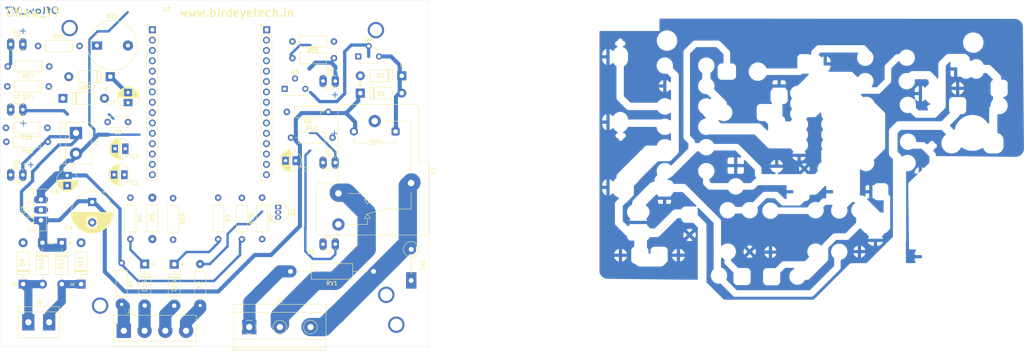
<source format=kicad_pcb>
(kicad_pcb (version 20211014) (generator pcbnew)
  (layers (0 "F.Cu" signal) (31 "B.Cu" signal) (34 "B.Paste" user) (35 "F.Paste" user) (36 "B.SilkS" user "B.Silkscreen") (37 "F.SilkS" user "F.Silkscreen") (38 "B.Mask" user) (39 "F.Mask" user) (44 "Edge.Cuts" user))
  (net 0 "")
  (net 1 "GND")
  (net 2 "Net-(D1-Pad2)")
  (net 3 "+12V")
  (net 4 "L")
  (net 6 "Net-(J2-Pad2)")
  (net 7 "Net-(Q4-Pad2)")
  (net 8 "Net-(BZ1-Pad2)")
  (net 9 "Net-(Q5-Pad2)")
  (net 10 "Net-(D15-Pad1)")
  (net 11 "Net-(D15-Pad2)")
  (net 12 "Net-(J1-Pad1)")
  (net 13 "A0")
  (net 14 "D6")
  (net 15 "D0")
  (net 16 "D1")
  (net 17 "Net-(D10-Pad2)")
  (net 18 "Net-(D11-Pad1)")
  (net 19 "N")
  (net 20 "Net-(D3-Pad2)")
  (net 21 "Net-(D4-Pad2)")
  (net 22 "Net-(D7-Pad2)")
  (net 23 "Net-(D8-Pad2)")
  (net 24 "Net-(D13-Pad2)")
  (net 25 "+5V")
  (net 26 "Net-(D16-Pad1)")
  (net 27 "Net-(D16-Pad2)")
  (net 29 "Net-(C3-Pad1)")
  (net 30 "Net-(J1-Pad4)")
  (net 31 "s3")
  (net 32 "D8")
  (net 33 "D2")
  (net 34 "D4")
  (net 35 "s2")
  (net 36 "D7")
  (net 37 "D3")
  (net 38 "D5")
  (net 40 "S3")
  (net 41 "S2")
  (net 46 "+3.3V")
  (footprint "Capacitor_THT:CP_Radial_D5.0mm_P2.50mm" (layer "F.Cu") (at 67.485113 84.45 180)
    (fp_text reference "C2" (at -2.519887 -2) (layer "F.SilkS"))
    (fp_text value "CP")
    (pad "1" thru_hole rect locked (at 0 0 180) (size 1.6 2.2) (drill 0.8) (layers *.Cu *.Mask) (net 32 "D8"))
    (pad "2" thru_hole rect locked (at 2.5 0 180) (size 1.6 2.2) (drill 0.8) (layers *.Cu *.Mask) (net 1 "GND"))
  )
  (footprint "Package_TO_SOT_THT:TO-92L_Wide" (layer "F.Cu") (at 124.785 55.435)
    (fp_text reference "Q4" (at 2.55 -4.15) (layer "F.SilkS"))
    (fp_text value "2N2219")
    (pad "1" thru_hole rect (at 0 0) (size 1.5 1.5) (drill 0.8) (layers *.Cu *.Mask) (net 1 "GND"))
    (pad "2" thru_hole circle (at 2.54 -2.54) (size 1.5 1.5) (drill 0.8) (layers *.Cu *.Mask) (net 7 "Net-(Q4-Pad2)"))
    (pad "3" thru_hole circle (at 5.08 0) (size 1.5 1.5) (drill 0.8) (layers *.Cu *.Mask) (net 2 "Net-(D1-Pad2)"))
  )
  (footprint "Package_TO_SOT_THT:TO-92L_Wide" (layer "F.Cu") (at 106.74 63.38)
    (fp_text reference "Q5" (at 2.55 -4.15) (layer "F.SilkS"))
    (fp_text value "BC547")
    (pad "1" thru_hole rect (at 0 0) (size 1.5 1.5) (drill 0.8) (layers *.Cu *.Mask) (net 8 "Net-(BZ1-Pad2)"))
    (pad "2" thru_hole circle (at 2.54 -2.54) (size 1.5 1.5) (drill 0.8) (layers *.Cu *.Mask) (net 9 "Net-(Q5-Pad2)"))
    (pad "3" thru_hole circle (at 5.08 0) (size 1.5 1.5) (drill 0.8) (layers *.Cu *.Mask) (net 1 "GND"))
  )
  (footprint "Resistor_THT:R_Axial_DIN0207_L6.3mm_D2.5mm_P10.16mm_Horizontal" (layer "F.Cu") (at 66.825 106.09 -90)
    (fp_text reference "R1" (at 5.08 -2.37 -90) (layer "F.SilkS"))
    (fp_text value "330R")
    (pad "1" thru_hole circle (at 0 0 270) (size 1.6 1.6) (drill 0.8) (layers *.Cu *.Mask) (net 25 "+5V"))
    (pad "2" thru_hole oval (at 10.16 0 270) (size 1.6 1.6) (drill 0.8) (layers *.Cu *.Mask) (net 12 "Net-(J1-Pad1)"))
  )
  (footprint "myLib:TerminalBlock_bornier-4_P5.08mm" (layer "F.Cu") (at 67.3616 122.71724)
    (fp_text reference "J1" (at 1.611666 -4.73) (layer "F.SilkS"))
    (fp_text value "Conn_01x04")
    (pad "1" thru_hole rect locked (at 0 0) (size 3.5 3.5) (drill 1.52) (layers *.Cu *.Mask) (net 12 "Net-(J1-Pad1)"))
    (pad "2" thru_hole circle locked (at 5.08 0) (size 3.5 3.5) (drill 1.52) (layers *.Cu *.Mask) (net 11 "Net-(D15-Pad2)"))
    (pad "3" thru_hole circle locked (at 10.16 0) (size 3.5 3.5) (drill 1.52) (layers *.Cu *.Mask) (net 27 "Net-(D16-Pad2)"))
    (pad "4" thru_hole circle locked (at 15.24 0) (size 3.5 3.5) (drill 1.52) (layers *.Cu *.Mask) (net 30 "Net-(J1-Pad4)"))
  )
  (footprint "myLib:CP_Radial_D10.0mm_P5.00mm" (layer "F.Cu") (at 59.61634 91.1479 -90)
    (fp_text reference "C4" (at 6.2611 5.73278 180) (layer "F.SilkS"))
    (fp_text value "1000uF")
    (pad "1" thru_hole rect locked (at 0 0 270) (size 2 2) (drill 1) (layers *.Cu *.Mask) (net 3 "+12V"))
    (pad "2" thru_hole circle locked (at 5 0 270) (size 2 2) (drill 1) (layers *.Cu *.Mask) (net 1 "GND"))
  )
  (footprint "myLib:CP_Radial_D5.0mm_P2.50mm" (layer "F.Cu") (at 53.4924 84.6201 -90)
    (fp_text reference "C6" (at 3.94716 2.93878 180) (layer "F.SilkS"))
    (fp_text value "0.1uF")
    (pad "1" thru_hole rect locked (at 0 0 270) (size 1.8 2.2) (drill 0.8) (layers *.Cu *.Mask) (net 25 "+5V"))
    (pad "2" thru_hole rect locked (at 2.5 0 270) (size 1.8 2.2) (drill 0.8) (layers *.Cu *.Mask) (net 1 "GND"))
  )
  (footprint "Diode_THT:D_DO-41_SOD81_P10.16mm_Horizontal" (layer "F.Cu") (at 42.7 111.28 90)
    (fp_text reference "D9" (at 5.305 -0.125 90) (layer "F.SilkS"))
    (fp_text value "1N4007")
    (fp_text user "K" (at 0 -2.1 90) (layer "F.SilkS"))
    (pad "1" thru_hole rect locked (at 0 0 90) (size 2.2 2.2) (drill 1.1) (layers *.Cu *.Mask) (net 17 "Net-(D10-Pad2)"))
    (pad "2" thru_hole oval locked (at 10.16 0 90) (size 2.2 2.2) (drill 1.1) (layers *.Cu *.Mask) (net 1 "GND"))
  )
  (footprint "Diode_THT:D_DO-41_SOD81_P10.16mm_Horizontal" (layer "F.Cu") (at 47.433333 101.12 -90)
    (fp_text reference "D10" (at 5.155 0.183333 -270) (layer "F.SilkS"))
    (fp_text value "1N4007")
    (fp_text user "K" (at 0 -2.1 -270) (layer "F.SilkS"))
    (pad "1" thru_hole rect locked (at 0 0 270) (size 2.2 2.2) (drill 1.1) (layers *.Cu *.Mask) (net 3 "+12V"))
    (pad "2" thru_hole oval locked (at 10.16 0 270) (size 2.2 2.2) (drill 1.1) (layers *.Cu *.Mask) (net 17 "Net-(D10-Pad2)"))
  )
  (footprint "Diode_THT:D_DO-41_SOD81_P10.16mm_Horizontal" (layer "F.Cu") (at 56.9 111.28 90)
    (fp_text reference "D11" (at 5.455 -0.125 90) (layer "F.SilkS"))
    (fp_text value "1N4007")
    (fp_text user "K" (at 0 -2.1 90) (layer "F.SilkS"))
    (pad "1" thru_hole rect locked (at 0 0 90) (size 2.2 2.2) (drill 1.1) (layers *.Cu *.Mask) (net 18 "Net-(D11-Pad1)"))
    (pad "2" thru_hole oval locked (at 10.16 0 90) (size 2.2 2.2) (drill 1.1) (layers *.Cu *.Mask) (net 1 "GND"))
  )
  (footprint "Diode_THT:D_DO-41_SOD81_P10.16mm_Horizontal" (layer "F.Cu") (at 52.166666 101.12 -90)
    (fp_text reference "D12" (at 5.18 0.191666 90) (layer "F.SilkS"))
    (fp_text value "1N4007")
    (fp_text user "K" (at 0 -2.1 90) (layer "F.SilkS"))
    (pad "1" thru_hole rect locked (at 0 0 270) (size 2.2 2.2) (drill 1.1) (layers *.Cu *.Mask) (net 3 "+12V"))
    (pad "2" thru_hole oval locked (at 10.16 0 270) (size 2.2 2.2) (drill 1.1) (layers *.Cu *.Mask) (net 18 "Net-(D11-Pad1)"))
  )
  (footprint "myLib:TerminalBlock_bornier-2_P5.08mm" (layer "F.Cu") (at 49.0616 120.61724 180)
    (fp_text reference "J3" (at 2.5669 4.87198) (layer "F.SilkS"))
    (fp_text value "Conn_01x02")
    (pad "1" thru_hole rect locked (at 0 0 180) (size 3 4) (drill 1.52) (layers *.Cu *.Mask) (net 18 "Net-(D11-Pad1)"))
    (pad "2" thru_hole rect locked (at 5.08 0 180) (size 3 4) (drill 1.52) (layers *.Cu *.Mask) (net 17 "Net-(D10-Pad2)"))
  )
  (footprint "myLib:TO-220-3_Vertical" (layer "F.Cu") (at 47.0616 95.61724 90)
    (fp_text reference "U2" (at 2.54 -4.27 90) (layer "F.SilkS"))
    (fp_text value "L7805")
    (pad "1" thru_hole rect locked (at 0 0 90) (size 1.8 3.5) (drill 1.1) (layers *.Cu *.Mask) (net 3 "+12V"))
    (pad "2" thru_hole oval locked (at 2.54 0 90) (size 1.8 3.5) (drill 1.1) (layers *.Cu *.Mask) (net 1 "GND"))
    (pad "3" thru_hole oval locked (at 5.08 0 90) (size 1.8 3.5) (drill 1.1) (layers *.Cu *.Mask) (net 25 "+5V"))
  )
  (footprint "TerminalBlock:TerminalBlock_bornier-2_P5.08mm" (layer "F.Cu") (at 55.64 74.19 -90)
    (fp_text reference "J4" (at 2.54 -5.08 -90) (layer "F.SilkS"))
    (fp_text value "Conn_01x02")
    (pad "1" thru_hole rect locked (at 0 0 270) (size 3 3) (drill 1.52) (layers *.Cu *.Mask) (net 1 "GND"))
    (pad "2" thru_hole circle locked (at 5.08 0 270) (size 3 3) (drill 1.52) (layers *.Cu *.Mask) (net 35 "s2"))
  )
  (footprint "TerminalBlock_MetzConnect:TerminalBlock_MetzConnect_Type175_RT02703HBLC_1x03_P7.50mm_Horizontal" (layer "F.Cu") (at 98.075 121.8)
    (fp_text reference "J2" (at 7.5 -6.56) (layer "F.SilkS"))
    (fp_text value "Conn_01x03")
    (pad "1" thru_hole rect locked (at 0 0) (size 3.5 3.5) (drill 1.52) (layers *.Cu *.Mask) (net 19 "N"))
    (pad "2" thru_hole circle locked (at 7.5 0) (size 3.5 3.5) (drill 1.52) (layers *.Cu *.Mask) (net 6 "Net-(J2-Pad2)"))
    (pad "3" thru_hole circle locked (at 15 0) (size 3.5 3.5) (drill 1.52) (layers *.Cu *.Mask) (net 4 "L"))
  )
  (footprint "Resistor_THT:R_Axial_DIN0207_L6.3mm_D2.5mm_P10.16mm_Horizontal" (layer "F.Cu") (at 117.45 69.03 180)
    (fp_text reference "R8" (at 5.08 -2.37 180) (layer "F.SilkS"))
    (fp_text value "10k")
    (pad "1" thru_hole circle (at 0 0 180) (size 1.6 1.6) (drill 0.8) (layers *.Cu *.Mask) (net 7 "Net-(Q4-Pad2)"))
    (pad "2" thru_hole oval (at 10.16 0 180) (size 1.6 1.6) (drill 0.8) (layers *.Cu *.Mask) (net 14 "D6"))
  )
  (footprint "myLib:Buzzer_12x9.5RM7.6" (layer "F.Cu") (at 60.78 52.76)
    (fp_text reference "BZ1" (at 3.8 -7.2) (layer "F.SilkS"))
    (fp_text value "Buzzer")
    (fp_text user "+" (at -0.01 -2.54) (layer "F.SilkS"))
    (pad "1" thru_hole rect locked (at 0 0) (size 2.5 2) (drill 1) (layers *.Cu *.Mask) (net 25 "+5V"))
    (pad "2" thru_hole circle locked (at 7.6 0) (size 2.5 2.5) (drill 1) (layers *.Cu *.Mask) (net 8 "Net-(BZ1-Pad2)"))
  )
  (footprint "MyLib:LED_D3.0mm" (layer "F.Cu") (at 116.34862 61.47424)
    (fp_text reference "D3" (at 1.27 -2.96) (layer "F.SilkS"))
    (fp_text value "LED")
    (pad "1" thru_hole oval locked (at -0.2 0) (size 1.8 3) (drill 0.9) (layers *.Cu *.Mask) (net 1 "GND"))
    (pad "2" thru_hole oval locked (at 2.8 0) (size 1.8 3) (drill 0.9) (layers *.Cu *.Mask) (net 20 "Net-(D3-Pad2)"))
  )
  (footprint "MyLib:LED_D3.0mm" (layer "F.Cu") (at 116.34862 81.47424)
    (fp_text reference "D4" (at 1.27 -2.96) (layer "F.SilkS"))
    (fp_text value "LED")
    (pad "1" thru_hole oval locked (at -0.2 0) (size 1.8 3) (drill 0.9) (layers *.Cu *.Mask) (net 1 "GND"))
    (pad "2" thru_hole oval locked (at 2.8 0) (size 1.8 3) (drill 0.9) (layers *.Cu *.Mask) (net 21 "Net-(D4-Pad2)"))
  )
  (footprint "MyLib:LED_D3.0mm" (layer "F.Cu") (at 116.34862 101.47424)
    (fp_text reference "D5" (at -3.17362 1.90076) (layer "F.SilkS"))
    (fp_text value "LED")
    (pad "1" thru_hole oval locked (at -0.2 0) (size 1.8 3) (drill 0.9) (layers *.Cu *.Mask) (net 1 "GND"))
    (pad "2" thru_hole oval locked (at 2.8 0) (size 1.8 3) (drill 0.9) (layers *.Cu *.Mask) (net 33 "D2"))
  )
  (footprint "MyLib:LED_D3.0mm" (layer "F.Cu") (at 39.84862 52.47424)
    (fp_text reference "D6" (at 1.27 -2.96) (layer "F.SilkS"))
    (fp_text value "LED")
    (pad "1" thru_hole oval locked (at -0.2 0) (size 1.8 3) (drill 0.9) (layers *.Cu *.Mask) (net 1 "GND"))
    (pad "2" thru_hole oval locked (at 2.8 0) (size 1.8 3) (drill 0.9) (layers *.Cu *.Mask) (net 34 "D4"))
  )
  (footprint "MyLib:LED_D3.0mm" (layer "F.Cu") (at 39.84862 68.47424)
    (fp_text reference "D7" (at 1.27 -2.96) (layer "F.SilkS"))
    (fp_text value "LED")
    (pad "1" thru_hole oval locked (at -0.2 0) (size 1.8 3) (drill 0.9) (layers *.Cu *.Mask) (net 1 "GND"))
    (pad "2" thru_hole oval locked (at 2.8 0) (size 1.8 3) (drill 0.9) (layers *.Cu *.Mask) (net 22 "Net-(D7-Pad2)"))
  )
  (footprint "MyLib:LED_D3.0mm" (layer "F.Cu") (at 39.84862 84.47424)
    (fp_text reference "D8" (at 1.27 -2.96) (layer "F.SilkS"))
    (fp_text value "LED")
    (pad "1" thru_hole oval locked (at -0.2 0) (size 1.8 3) (drill 0.9) (layers *.Cu *.Mask) (net 1 "GND"))
    (pad "2" thru_hole oval locked (at 2.8 0) (size 1.8 3) (drill 0.9) (layers *.Cu *.Mask) (net 23 "Net-(D8-Pad2)"))
  )
  (footprint "Resistor_THT:R_Axial_DIN0207_L6.3mm_D2.5mm_P10.16mm_Horizontal" (layer "F.Cu") (at 108.66 55.86)
    (fp_text reference "R9" (at 5.08 -2.37) (layer "F.SilkS"))
    (fp_text value "R")
    (pad "1" thru_hole circle (at 0 0) (size 1.6 1.6) (drill 0.8) (layers *.Cu *.Mask) (net 15 "D0"))
    (pad "2" thru_hole oval (at 10.16 0) (size 1.6 1.6) (drill 0.8) (layers *.Cu *.Mask) (net 20 "Net-(D3-Pad2)"))
  )
  (footprint "Resistor_THT:R_Axial_DIN0207_L6.3mm_D2.5mm_P10.16mm_Horizontal" (layer "F.Cu") (at 108.31 75.35)
    (fp_text reference "R10" (at 5.08 -2.37) (layer "F.SilkS"))
    (fp_text value "R")
    (pad "1" thru_hole circle (at 0 0) (size 1.6 1.6) (drill 0.8) (layers *.Cu *.Mask) (net 16 "D1"))
    (pad "2" thru_hole oval (at 10.16 0) (size 1.6 1.6) (drill 0.8) (layers *.Cu *.Mask) (net 21 "Net-(D4-Pad2)"))
  )
  (footprint "Resistor_THT:R_Axial_DIN0207_L6.3mm_D2.5mm_P10.16mm_Horizontal" (layer "F.Cu") (at 48.99 62.79 180)
    (fp_text reference "R14" (at 5.08 -2.37 180) (layer "F.SilkS"))
    (fp_text value "R")
    (pad "1" thru_hole circle (at 0 0 180) (size 1.6 1.6) (drill 0.8) (layers *.Cu *.Mask) (net 38 "D5"))
    (pad "2" thru_hole oval (at 10.16 0 180) (size 1.6 1.6) (drill 0.8) (layers *.Cu *.Mask) (net 22 "Net-(D7-Pad2)"))
  )
  (footprint "Resistor_THT:R_Axial_DIN0207_L6.3mm_D2.5mm_P10.16mm_Horizontal" (layer "F.Cu") (at 48.65 72.94 180)
    (fp_text reference "R15" (at 5.08 -2.37 180) (layer "F.SilkS"))
    (fp_text value "R")
    (pad "1" thru_hole circle (at 0 0 180) (size 1.6 1.6) (drill 0.8) (layers *.Cu *.Mask) (net 25 "+5V"))
    (pad "2" thru_hole oval (at 10.16 0 180) (size 1.6 1.6) (drill 0.8) (layers *.Cu *.Mask) (net 23 "Net-(D8-Pad2)"))
  )
  (footprint "myLib:CP_Radial_D5.0mm_P2.50mm" (layer "F.Cu") (at 68.4 66.77 90)
    (fp_text reference "C7" (at -0.08482 -4.10684 180) (layer "F.SilkS"))
    (fp_text value "10uF")
    (pad "1" thru_hole rect locked (at 0 0 90) (size 1.8 2.2) (drill 0.8) (layers *.Cu *.Mask) (net 13 "A0"))
    (pad "2" thru_hole rect locked (at 2.5 0 90) (size 1.8 2.2) (drill 0.8) (layers *.Cu *.Mask) (net 1 "GND"))
  )
  (footprint "Diode_THT:D_DO-41_SOD81_P10.16mm_Horizontal" (layer "F.Cu") (at 64.04 60.4 180)
    (fp_text reference "D13" (at 5.08 -2.47) (layer "F.SilkS"))
    (fp_text value "1N4007")
    (fp_text user "K" (at 0.8366 -2.93276) (layer "F.SilkS"))
    (pad "1" thru_hole rect locked (at 0 0 180) (size 2.2 2.2) (drill 1.1) (layers *.Cu *.Mask) (net 13 "A0"))
    (pad "2" thru_hole oval locked (at 10.16 0 180) (size 2.2 2.2) (drill 1.1) (layers *.Cu *.Mask) (net 24 "Net-(D13-Pad2)"))
  )
  (footprint "Diode_THT:D_DO-41_SOD81_P10.16mm_Horizontal" (layer "F.Cu") (at 52.45 65.71)
    (fp_text reference "D14" (at 5.08 -2.47) (layer "F.SilkS"))
    (fp_text value "D_Zener")
    (fp_text user "K" (at -2.64224 -2.0884) (layer "F.SilkS"))
    (pad "1" thru_hole rect locked (at 0 0) (size 2.2 2.2) (drill 1.1) (layers *.Cu *.Mask) (net 13 "A0"))
    (pad "2" thru_hole oval locked (at 10.16 0) (size 2.2 2.2) (drill 1.1) (layers *.Cu *.Mask) (net 1 "GND"))
  )
  (footprint "Resistor_THT:R_Axial_DIN0207_L6.3mm_D2.5mm_P10.16mm_Horizontal" (layer "F.Cu") (at 46.36 52.87)
    (fp_text reference "R16" (at 5.08 -2.37) (layer "F.SilkS"))
    (fp_text value "56K")
    (pad "1" thru_hole circle (at 0 0) (size 1.6 1.6) (drill 0.8) (layers *.Cu *.Mask) (net 3 "+12V"))
    (pad "2" thru_hole oval (at 10.16 0) (size 1.6 1.6) (drill 0.8) (layers *.Cu *.Mask) (net 24 "Net-(D13-Pad2)"))
  )
  (footprint "Resistor_THT:R_Axial_DIN0207_L6.3mm_D2.5mm_P10.16mm_Horizontal" (layer "F.Cu") (at 49.11 57.89 180)
    (fp_text reference "R17" (at 5.08 -2.37 180) (layer "F.SilkS"))
    (fp_text value "15K")
    (pad "1" thru_hole circle (at 0 0 180) (size 1.6 1.6) (drill 0.8) (layers *.Cu *.Mask) (net 24 "Net-(D13-Pad2)"))
    (pad "2" thru_hole oval (at 10.16 0 180) (size 1.6 1.6) (drill 0.8) (layers *.Cu *.Mask) (net 1 "GND"))
  )
  (footprint "Capacitor_THT:C_Disc_D4.7mm_W2.5mm_P5.00mm" (layer "F.Cu") (at 68.39 71.52 180)
    (fp_text reference "C8" (at 2.5 -2.5) (layer "F.SilkS"))
    (fp_text value "C")
    (pad "1" thru_hole circle locked (at 0 0 180) (size 1.6 1.6) (drill 0.8) (layers *.Cu *.Mask) (net 25 "+5V"))
    (pad "2" thru_hole circle locked (at 5 0 180) (size 1.6 1.6) (drill 0.8) (layers *.Cu *.Mask) (net 1 "GND"))
  )
  (footprint "Resistor_THT:R_Axial_DIN0207_L6.3mm_D2.5mm_P10.16mm_Horizontal" (layer "F.Cu") (at 48.76 76.36 180)
    (fp_text reference "R18" (at 5.08 -2.37 180) (layer "F.SilkS"))
    (fp_text value "10k")
    (pad "1" thru_hole circle (at 0 0 180) (size 1.6 1.6) (drill 0.8) (layers *.Cu *.Mask) (net 35 "s2"))
    (pad "2" thru_hole oval (at 10.16 0 180) (size 1.6 1.6) (drill 0.8) (layers *.Cu *.Mask) (net 25 "+5V"))
  )
  (footprint "Diode_THT:D_DO-41_SOD81_P10.16mm_Horizontal" (layer "F.Cu") (at 125.27 64.425)
    (fp_text reference "D1" (at 5.13 0.1) (layer "F.SilkS"))
    (fp_text value "1N4007")
    (fp_text user "K" (at 0 -2.1) (layer "F.SilkS"))
    (pad "1" thru_hole rect locked (at 0 0) (size 2.2 2.2) (drill 1.1) (layers *.Cu *.Mask) (net 3 "+12V"))
    (pad "2" thru_hole oval locked (at 10.16 0) (size 2.2 2.2) (drill 1.1) (layers *.Cu *.Mask) (net 2 "Net-(D1-Pad2)"))
  )
  (footprint "Diode_THT:D_DO-41_SOD81_P10.16mm_Horizontal" (layer "F.Cu") (at 135.43 60.175 180)
    (fp_text reference "D2" (at 5.23 0.025) (layer "F.SilkS"))
    (fp_text value "1N4007")
    (fp_text user "K" (at -0.045 2.775) (layer "F.SilkS"))
    (pad "1" thru_hole rect locked (at 0 0 180) (size 2.2 2.2) (drill 1.1) (layers *.Cu *.Mask) (net 2 "Net-(D1-Pad2)"))
    (pad "2" thru_hole oval locked (at 10.16 0 180) (size 2.2 2.2) (drill 1.1) (layers *.Cu *.Mask) (net 1 "GND"))
  )
  (footprint "Relay_THT:Relay_SPDT_RAYEX-L90" (layer "F.Cu") (at 128.81 71.29 -90)
    (fp_text reference "K1" (at 12.1666 -14.3 -90) (layer "F.SilkS"))
    (fp_text value "RAYEX-L90")
    (pad "11A" thru_hole circle (at 0 0 90) (size 3 3) (drill 1.6) (layers *.Cu *.Mask) (net 4 "L"))
    (pad "11B" thru_hole circle (at 15.2 -8.9 90) (size 3 3) (drill 1.6) (layers *.Cu *.Mask) (net 4 "L"))
    (pad "12" thru_hole circle (at 25.34 8.9 90) (size 3 3) (drill 1.6) (layers *.Cu *.Mask))
    (pad "14" thru_hole circle (at 17.74 8.9 90) (size 3 3) (drill 1.6) (layers *.Cu *.Mask) (net 6 "Net-(J2-Pad2)"))
    (pad "A1" thru_hole roundrect (at 2.54 -5.1 90) (size 2 2) (drill 1.1) (layers *.Cu *.Mask) (net 2 "Net-(D1-Pad2)"))
    (pad "A2" thru_hole circle (at 2.54 5.1 90) (size 2 2) (drill 1.1) (layers *.Cu *.Mask) (net 3 "+12V"))
  )
  (footprint "Resistor_THT:R_Axial_DIN0207_L6.3mm_D2.5mm_P10.16mm_Horizontal" (layer "F.Cu") (at 79.425 90.195 -90)
    (fp_text reference "R19" (at 5.08 -2.37 -90) (layer "F.SilkS"))
    (fp_text value "10K")
    (pad "1" thru_hole circle (at 0 0 270) (size 1.6 1.6) (drill 0.8) (layers *.Cu *.Mask) (net 32 "D8"))
    (pad "2" thru_hole oval (at 10.16 0 270) (size 1.6 1.6) (drill 0.8) (layers *.Cu *.Mask) (net 1 "GND"))
  )
  (footprint "Capacitor_THT:CP_Radial_D5.0mm_P2.50mm" (layer "F.Cu") (at 67.715113 78.07 180)
    (fp_text reference "C1" (at -2.494887 -1.875) (layer "F.SilkS"))
    (fp_text value "CP")
    (pad "1" thru_hole rect locked (at 0 0 180) (size 1.562 2.54) (drill 0.8 (offset -0.019 0)) (layers *.Cu *.Mask) (net 31 "s3"))
    (pad "2" thru_hole rect locked (at 2.5 0 180) (size 1.524 2.54) (drill 0.8 (offset 0.04 0)) (layers *.Cu *.Mask) (net 1 "GND"))
  )
  (footprint "Resistor_THT:R_Axial_DIN0207_L6.3mm_D2.5mm_P10.16mm_Horizontal" (layer "F.Cu") (at 101.225 90.07 -90)
    (fp_text reference "R7" (at 5.08 -2.37 -90) (layer "F.SilkS"))
    (fp_text value "68K")
    (pad "1" thru_hole circle (at 0 0 270) (size 1.6 1.6) (drill 0.8) (layers *.Cu *.Mask) (net 29 "Net-(C3-Pad1)"))
    (pad "2" thru_hole oval (at 10.16 0 270) (size 1.6 1.6) (drill 0.8) (layers *.Cu *.Mask) (net 1 "GND"))
  )
  (footprint "Diode_THT:D_DO-41_SOD81_P10.16mm_Horizontal" (layer "F.Cu") (at 79.71611 106.39 -90)
    (fp_text reference "D16" (at 5.31 0.04111 90) (layer "F.SilkS"))
    (fp_text value "1N4007")
    (fp_text user "K" (at 0 -2.1 90) (layer "F.SilkS"))
    (pad "1" thru_hole rect locked (at 0 0 270) (size 2.2 2.2) (drill 1.1) (layers *.Cu *.Mask) (net 26 "Net-(D16-Pad1)"))
    (pad "2" thru_hole oval locked (at 10.16 0 270) (size 2.2 2.2) (drill 1.1) (layers *.Cu *.Mask) (net 27 "Net-(D16-Pad2)"))
  )
  (footprint "Resistor_THT:R_Axial_DIN0207_L6.3mm_D2.5mm_P10.16mm_Horizontal" (layer "F.Cu") (at 68.975 90.07 -90)
    (fp_text reference "R4" (at 5.08 -2.37 -90) (layer "F.SilkS"))
    (fp_text value "1K")
    (pad "1" thru_hole circle (at 0 0 270) (size 1.6 1.6) (drill 0.8) (layers *.Cu *.Mask) (net 31 "s3"))
    (pad "2" thru_hole oval (at 10.16 0 270) (size 1.6 1.6) (drill 0.8) (layers *.Cu *.Mask) (net 10 "Net-(D15-Pad1)"))
  )
  (footprint "Resistor_THT:R_Axial_DIN0207_L6.3mm_D2.5mm_P10.16mm_Horizontal" (layer "F.Cu") (at 96.275 90.12 -90)
    (fp_text reference "R20" (at 5.08 -2.37 -90) (layer "F.SilkS"))
    (fp_text value "10k")
    (pad "1" thru_hole circle (at 0 0 270) (size 1.6 1.6) (drill 0.8) (layers *.Cu *.Mask) (net 36 "D7"))
    (pad "2" thru_hole oval (at 10.16 0 270) (size 1.6 1.6) (drill 0.8) (layers *.Cu *.Mask) (net 25 "+5V"))
  )
  (footprint "Resistor_THT:R_Axial_DIN0411_L9.9mm_D3.6mm_P7.62mm_Vertical" (layer "F.Cu") (at 137.75 102.755 -90)
    (fp_text reference "TH1" (at 3.81 -2.92 -90) (layer "F.SilkS"))
    (fp_text value "Thermistor_NTC")
    (pad "1" thru_hole circle locked (at 0 0 270) (size 2.4 2.4) (drill 1.2) (layers *.Cu *.Mask) (net 4 "L"))
    (pad "2" thru_hole rect (at 7.62 0 270) (size 4 2.5) (drill 1.2) (layers *.Cu *.Mask))
  )
  (footprint "MyLib:R_Axial_DIN0207_L6.3mm_D2.5mm_P10.16mm_Horizontal" (layer "F.Cu") (at 86.05 116.505 90)
    (fp_text reference "R2" (at 4.98 -0.075 90) (layer "F.SilkS"))
    (fp_text value "10K")
    (pad "1" thru_hole circle locked (at 0 0 90) (size 2 2) (drill 0.8) (layers *.Cu *.Mask) (net 30 "Net-(J1-Pad4)") (clearance 1))
    (pad "2" thru_hole oval locked (at 10.16 0 90) (size 2 2) (drill 0.8) (layers *.Cu *.Mask) (net 29 "Net-(C3-Pad1)") (clearance 1))
  )
  (footprint "Package_TO_SOT_THT:TO-92_Inline" (layer "F.Cu") (at 105.15 92.375 -90)
    (fp_text reference "Q1" (at 1.27 -3.56 -90) (layer "F.SilkS"))
    (fp_text value "BC547")
    (pad "1" thru_hole rect (at 0 0 270) (size 1.05 1.5) (drill 0.75) (layers *.Cu *.Mask) (net 36 "D7"))
    (pad "2" thru_hole oval (at 1.27 0 270) (size 1.05 1.5) (drill 0.75) (layers *.Cu *.Mask) (net 29 "Net-(C3-Pad1)"))
    (pad "3" thru_hole oval (at 2.54 0 270) (size 1.05 1.5) (drill 0.75) (layers *.Cu *.Mask) (net 1 "GND"))
  )
  (footprint "Diode_THT:D_DO-41_SOD81_P10.16mm_Horizontal" (layer "F.Cu") (at 72.475 106.345 -90)
    (fp_text reference "D15" (at 5.405 0.025 90) (layer "F.SilkS"))
    (fp_text value "1N4007")
    (fp_text user "K" (at 0 -2.1 90) (layer "F.SilkS"))
    (pad "1" thru_hole rect locked (at 0 0 270) (size 2.2 2.2) (drill 1.1) (layers *.Cu *.Mask) (net 10 "Net-(D15-Pad1)"))
    (pad "2" thru_hole oval locked (at 10.16 0 270) (size 2.2 2.2) (drill 1.1) (layers *.Cu *.Mask) (net 11 "Net-(D15-Pad2)"))
  )
  (footprint "MyLib:R_Axial_DIN0207_L6.3mm_D2.5mm_P10.16mm_Horizontal" (layer "F.Cu") (at 74.35 100.23 90)
    (fp_text reference "R5" (at 5.305 -0.075 90) (layer "F.SilkS"))
    (fp_text value "10K")
    (pad "1" thru_hole circle locked (at 0 0 90) (size 2 2) (drill 0.8) (layers *.Cu *.Mask) (net 1 "GND") (clearance 1))
    (pad "2" thru_hole oval locked (at 10.16 0 90) (size 2 2) (drill 0.8) (layers *.Cu *.Mask) (net 31 "s3") (clearance 1))
  )
  (footprint "Resistor_THT:R_Axial_DIN0207_L6.3mm_D2.5mm_P10.16mm_Horizontal" (layer "F.Cu") (at 90.475 90.07 -90)
    (fp_text reference "R3" (at 5.08 -2.37 -90) (layer "F.SilkS"))
    (fp_text value "1K")
    (pad "1" thru_hole circle (at 0 0 270) (size 1.6 1.6) (drill 0.8) (layers *.Cu *.Mask) (net 32 "D8"))
    (pad "2" thru_hole oval (at 10.16 0 270) (size 1.6 1.6) (drill 0.8) (layers *.Cu *.Mask) (net 26 "Net-(D16-Pad1)"))
  )
  (footprint "Resistor_THT:R_Axial_DIN0411_L9.9mm_D3.6mm_P20.32mm_Horizontal" (layer "F.Cu") (at 128.5 108.15 180)
    (fp_text reference "RV1" (at 10.16 -2.92 180) (layer "F.SilkS"))
    (fp_text value "Varistor")
    (pad "1" thru_hole circle locked (at 0 0 180) (size 2.4 2.4) (drill 1.2) (layers *.Cu *.Mask) (net 4 "L"))
    (pad "2" thru_hole oval locked (at 20.32 0 180) (size 2.4 2.4) (drill 1.2) (layers *.Cu *.Mask) (net 19 "N"))
  )
  (footprint "NodeMCU:NODE V1" (layer "F.Cu") (at 74.348 48.89)
    (fp_text reference "U1" (at 3.556 -5.08) (layer "F.SilkS"))
    (fp_text value "NodeMCU")
    (pad "1" thru_hole rect (at 0 0) (size 1.7 1.7) (drill 1) (layers *.Cu *.Mask) (net 13 "A0"))
    (pad "2" thru_hole oval (at 0 22.86) (size 1.7 1.7) (drill 1) (layers *.Cu *.Mask) (net 1 "GND"))
    (pad "2" thru_hole oval (at 27.94 33.02) (size 1.7 1.7) (drill 1) (layers *.Cu *.Mask) (net 1 "GND"))
    (pad "2" thru_hole oval (at 0 33.02) (size 1.7 1.7) (drill 1) (layers *.Cu *.Mask) (net 1 "GND"))
    (pad "2" thru_hole oval (at 27.94 15.24) (size 1.7 1.7) (drill 1) (layers *.Cu *.Mask) (net 1 "GND"))
    (pad "2" thru_hole oval (at 0 2.54) (size 1.7 1.7) (drill 1) (layers *.Cu *.Mask) (net 1 "GND"))
    (pad "3" thru_hole oval (at 0 5.08) (size 1.7 1.7) (drill 1) (layers *.Cu *.Mask))
    (pad "4" thru_hole oval (at 0 7.62) (size 1.7 1.7) (drill 1) (layers *.Cu *.Mask) (net 40 "S3"))
    (pad "5" thru_hole oval (at 0 10.16) (size 1.7 1.7) (drill 1) (layers *.Cu *.Mask) (net 41 "S2"))
    (pad "6" thru_hole oval (at 0 12.7) (size 1.7 1.7) (drill 1) (layers *.Cu *.Mask))
    (pad "7" thru_hole oval (at 0 15.24) (size 1.7 1.7) (drill 1) (layers *.Cu *.Mask))
    (pad "8" thru_hole oval (at 0 17.78) (size 1.7 1.7) (drill 1) (layers *.Cu *.Mask))
    (pad "9" thru_hole oval (at 0 20.32) (size 1.7 1.7) (drill 1) (layers *.Cu *.Mask))
    (pad "10" thru_hole oval (at 27.94 12.7) (size 1.7 1.7) (drill 1) (layers *.Cu *.Mask) (net 46 "+3.3V"))
    (pad "10" thru_hole oval (at 27.94 35.56) (size 1.7 1.7) (drill 1) (layers *.Cu *.Mask) (net 46 "+3.3V"))
    (pad "10" thru_hole oval (at 0 25.4) (size 1.7 1.7) (drill 1) (layers *.Cu *.Mask) (net 46 "+3.3V"))
    (pad "11" thru_hole oval (at 0 27.94) (size 1.7 1.7) (drill 1) (layers *.Cu *.Mask))
    (pad "12" thru_hole oval (at 0 30.48) (size 1.7 1.7) (drill 1) (layers *.Cu *.Mask))
    (pad "13" thru_hole oval (at 0 35.56) (size 1.7 1.7) (drill 1) (layers *.Cu *.Mask))
    (pad "14" thru_hole rect (at 28 0) (size 1.7 1.7) (drill 1) (layers *.Cu *.Mask) (net 15 "D0"))
    (pad "15" thru_hole oval (at 27.94 2.54) (size 1.7 1.7) (drill 1) (layers *.Cu *.Mask) (net 16 "D1"))
    (pad "16" thru_hole oval (at 27.94 5.08) (size 1.7 1.7) (drill 1) (layers *.Cu *.Mask) (net 33 "D2"))
    (pad "17" thru_hole oval (at 27.94 7.62) (size 1.7 1.7) (drill 1) (layers *.Cu *.Mask) (net 37 "D3"))
    (pad "18" thru_hole oval (at 27.94 10.16) (size 1.7 1.7) (drill 1) (layers *.Cu *.Mask) (net 34 "D4"))
    (pad "19" thru_hole oval (at 27.94 17.78) (size 1.7 1.7) (drill 1) (layers *.Cu *.Mask) (net 38 "D5"))
    (pad "20" thru_hole oval (at 27.94 20.32) (size 1.7 1.7) (drill 1) (layers *.Cu *.Mask) (net 14 "D6"))
    (pad "21" thru_hole oval (at 27.94 22.86) (size 1.7 1.7) (drill 1) (layers *.Cu *.Mask) (net 36 "D7"))
    (pad "22" thru_hole oval (at 27.94 25.4) (size 1.7 1.7) (drill 1) (layers *.Cu *.Mask) (net 32 "D8"))
    (pad "23" thru_hole oval (at 27.94 27.94) (size 1.7 1.7) (drill 1) (layers *.Cu *.Mask))
    (pad "24" thru_hole oval (at 27.94 30.48) (size 1.7 1.7) (drill 1) (layers *.Cu *.Mask))
  )
  (footprint "Resistor_THT:R_Axial_DIN0207_L6.3mm_D2.5mm_P10.16mm_Horizontal" (layer "F.Cu") (at 118.82 51.76 180)
    (fp_text reference "R12" (at 5.08 -2.37 180) (layer "F.SilkS"))
    (fp_text value "R")
    (pad "1" thru_hole circle (at 0 0 180) (size 1.6 1.6) (drill 0.8) (layers *.Cu *.Mask) (net 37 "D3"))
    (pad "2" thru_hole oval (at 10.16 0 180) (size 1.6 1.6) (drill 0.8) (layers *.Cu *.Mask) (net 9 "Net-(Q5-Pad2)"))
  )
  (footprint "Capacitor_THT:CP_Radial_D5.0mm_P2.50mm" (layer "F.Cu") (at 109.46 81 180)
    (fp_text reference "C3" (at -2.419887 -2.1) (layer "F.SilkS"))
    (fp_text value "CP")
    (pad "1" thru_hole rect locked (at 0 0 180) (size 1.6 2.2) (drill 0.8) (layers *.Cu *.Mask) (net 29 "Net-(C3-Pad1)"))
    (pad "2" thru_hole rect locked (at 2.5 0 180) (size 1.6 2.2) (drill 0.8) (layers *.Cu *.Mask) (net 1 "GND"))
  )
  (gr_line (start 118.95 73.675) (end 118.95 74.95) (layer "B.Cu") (width 0.2))
  (gr_line (start 43.9125 82) (end 45.2375 82) (layer "B.Cu") (width 0.2))
  (gr_line (start 118.275 74.3) (end 119.6 74.3) (layer "B.Cu") (width 0.2))
  (gr_line (start 119.0875 64.225) (end 119.0875 65.5) (layer "B.Cu") (width 0.2))
  (gr_line (start 118.4125 64.85) (end 119.7375 64.85) (layer "B.Cu") (width 0.2))
  (gr_line (start 42.7625 71.175) (end 42.7625 72.45) (layer "B.Cu") (width 0.2))
  (gr_line (start 42.6625 48.55) (end 42.6625 49.825) (layer "B.Cu") (width 0.2))
  (gr_line (start 44.5875 81.375) (end 44.5875 82.65) (layer "B.Cu") (width 0.2))
  (gr_line (start 42.0875 71.8) (end 43.4125 71.8) (layer "B.Cu") (width 0.2))
  (gr_line (start 41.9875 49.175) (end 43.3125 49.175) (layer "B.Cu") (width 0.2))
  (gr_line (start 142.0616 41.61724) (end 142.0616 126.61724) (layer "Edge.Cuts") (width 0.05))
  (gr_line (start 37.0616 41.61724) (end 142.0616 41.61724) (layer "Edge.Cuts") (width 0.05))
  (gr_line (start 37.0616 126.61724) (end 142.0616 126.61724) (layer "Edge.Cuts") (width 0.05))
  (gr_line (start 37.0616 126.61724) (end 37.0616 41.61724) (layer "Edge.Cuts") (width 0.05))
  (gr_text "Oflow_V7\n" (at 44.92752 44.196) (layer "B.Cu") (effects (font (size 1.5 2) (thickness 0.3)) (justify mirror)))
  (gr_text "www.birdeyetech.in\n" (at 95.0866 44.69224) (layer "F.SilkS") (effects (font (size 2 2) (thickness 0.3))))
  (gr_text "Oflow_V7\n" (at 45.15 44.65) (layer "F.SilkS") (effects (font (size 2 2) (thickness 0.3))))
  (via locked (at 134.09862 121.22424) (size 4) (drill 3) (layers "F.Cu" "B.Cu") (net 0))
  (via locked (at 61.55098 116.54534) (size 4) (drill 3) (layers "F.Cu" "B.Cu") (net 0))
  (via locked (at 131.625 113.9) (size 4) (drill 3) (layers "F.Cu" "B.Cu") (net 0))
  (via locked (at 129.09862 48.97424) (size 4) (drill 3) (layers "F.Cu" "B.Cu") (net 0))
  (via locked (at 54.09862 48.47424) (size 4) (drill 3) (layers "F.Cu" "B.Cu") (net 0))
  (segment (start 38.95 57.89) (end 39.64862 57.19138) (width 0.8) (layer "B.Cu") (net 1))
  (segment (start 39.64862 57.19138) (end 39.64862 52.47424) (width 0.8) (layer "B.Cu") (net 1))
  (segment (start 129.865 55.435) (end 132.785 55.435) (width 1) (layer "B.Cu") (net 2))
  (segment (start 132.785 55.435) (end 134.93 57.58) (width 1) (layer "B.Cu") (net 2))
  (segment (start 134 65.305) (end 134.93 64.375) (width 1) (layer "B.Cu") (net 2))
  (segment (start 134.93 57.58) (end 134.93 60.125) (width 1) (layer "B.Cu") (net 2))
  (segment (start 134 73.65) (end 134 65.305) (width 1) (layer "B.Cu") (net 2))
  (segment (start 134.93 64.375) (end 134.93 60.125) (width 1) (layer "B.Cu") (net 2))
  (segment (start 62.7 93.85) (end 62.7 108.2) (width 1) (layer "B.Cu") (net 3))
  (segment (start 45.025 85.949872) (end 45.025 83.710887) (width 0.8) (layer "B.Cu") (net 3))
  (segment (start 55.9866 91.16724) (end 56.2066 90.94724) (width 1) (layer "B.Cu") (net 3))
  (segment (start 43.50508 87.37376) (end 43.601112 87.37376) (width 0.8) (layer "B.Cu") (net 3))
  (segment (start 42.3 93.15564) (end 42.3 88.57884) (width 0.8) (layer "B.Cu") (net 3))
  (segment (start 42.3 88.57884) (end 43.50508 87.37376) (width 0.8) (layer "B.Cu") (net 3))
  (segment (start 110.49048 97.03452) (end 110.49048 77.16548) (width 1) (layer "B.Cu") (net 3))
  (segment (start 46.29702 82.438867) (end 46.29702 82.30298) (width 0.8) (layer "B.Cu") (net 3))
  (segment (start 51.5 77.1) (end 54.472262 77.1) (width 0.8) (layer "B.Cu") (net 3))
  (segment (start 62.7 108.2) (end 67.575 113.075) (width 1) (layer "B.Cu") (net 3))
  (segment (start 103.4 104.125) (end 110.49048 97.03452) (width 1) (layer "B.Cu") (net 3))
  (segment (start 51.5616 95.61724) (end 56.0366 91.14224) (width 1) (layer "B.Cu") (net 3))
  (segment (start 59.79724 90.94724) (end 62.7 93.85) (width 1) (layer "B.Cu") (net 3))
  (segment (start 47.0616 95.61724) (end 51.5616 95.61724) (width 1) (layer "B.Cu") (net 3))
  (segment (start 56.2066 90.94724) (end 59.79724 90.94724) (width 1) (layer "B.Cu") (net 3))
  (segment (start 121.8 69.325) (end 124.77 66.355) (width 1) (layer "B.Cu") (net 3))
  (segment (start 124.000489 73.449511) (end 123.8 73.65) (width 1) (layer "B.Cu") (net 3))
  (segment (start 47.633333 96.548493) (end 47.0616 95.97676) (width 2) (layer "B.Cu") (net 3))
  (segment (start 124.77 66.355) (end 124.77 64.375) (width 1) (layer "B.Cu") (net 3))
  (segment (start 124.000489 71.525489) (end 124.000489 73.449511) (width 1) (layer "B.Cu") (net 3))
  (segment (start 47.0616 95.61724) (end 44.7616 95.61724) (width 0.8) (layer "B.Cu") (net 3))
  (segment (start 43.601112 87.37376) (end 45.025 85.949872) (width 0.8) (layer "B.Cu") (net 3))
  (segment (start 109.488034 70.736966) (end 110.9 69.325) (width 1) (layer "B.Cu") (net 3))
  (segment (start 47.633333 102.32) (end 52.366666 102.32) (width 2) (layer "B.Cu") (net 3))
  (segment (start 110.49048 77.16548) (end 109.488034 76.163034) (width 1) (layer "B.Cu") (net 3))
  (segment (start 54.472262 77.1) (end 56.24 75.332262) (width 0.8) (layer "B.Cu") (net 3))
  (segment (start 44.7616 95.61724) (end 42.3 93.15564) (width 0.8) (layer "B.Cu") (net 3))
  (segment (start 121.8 69.325) (end 124.000489 71.525489) (width 1) (layer "B.Cu") (net 3))
  (segment (start 47.633333 102.32) (end 47.633333 96.548493) (width 2) (layer "B.Cu") (net 3))
  (segment (start 109.488034 76.163034) (end 109.488034 70.736966) (width 1) (layer "B.Cu") (net 3))
  (segment (start 46.29702 82.30298) (end 51.5 77.1) (width 0.8) (layer "B.Cu") (net 3))
  (segment (start 110.9 69.325) (end 121.8 69.325) (width 1) (layer "B.Cu") (net 3))
  (segment (start 45.025 83.710887) (end 46.29702 82.438867) (width 0.8) (layer "B.Cu") (net 3))
  (segment (start 67.575 113.075) (end 90.475 113.075) (width 1) (layer "B.Cu") (net 3))
  (segment (start 90.475 113.075) (end 99.425 104.125) (width 1) (layer "B.Cu") (net 3))
  (segment (start 99.425 104.125) (end 103.4 104.125) (width 1) (layer "B.Cu") (net 3))
  (segment (start 119.3875 118.8) (end 119.3 118.8) (width 4.5) (layer "B.Cu") (net 4))
  (segment (start 136.9 101.2875) (end 119.3875 118.8) (width 4.5) (layer "B.Cu") (net 4))
  (segment (start 137.8 86.31) (end 136.9 87.21) (width 4.5) (layer "B.Cu") (net 4))
  (segment (start 119.3 118.8) (end 116.3 121.8) (width 4.5) (layer "B.Cu") (net 4))
  (segment (start 136.9 87.21) (end 136.9 101.2875) (width 4.5) (layer "B.Cu") (net 4))
  (segment (start 116.3 121.8) (end 113.075 121.8) (width 4.5) (layer "B.Cu") (net 4))
  (segment (start 120 88.85) (end 121.875 88.85) (width 4.5) (layer "B.Cu") (net 6))
  (segment (start 105.575 119.175) (end 105.575 121) (width 4.5) (layer "B.Cu") (net 6))
  (segment (start 119.1 110.45) (end 114.3 110.45) (width 4.5) (layer "B.Cu") (net 6))
  (segment (start 121.875 88.85) (end 126.825 93.8) (width 4.5) (layer "B.Cu") (net 6))
  (segment (start 114.3 110.45) (end 105.575 119.175) (width 4.5) (layer "B.Cu") (net 6))
  (segment (start 126.825 102.725) (end 119.1 110.45) (width 4.5) (layer "B.Cu") (net 6))
  (segment (start 126.825 93.8) (end 126.825 102.725) (width 4.5) (layer "B.Cu") (net 6))
  (segment (start 105.575 121) (end 105.625 121.05) (width 4.5) (layer "B.Cu") (net 6))
  (segment (start 115.32952 66.49952) (end 113.08 64.25) (width 0.8) (layer "B.Cu") (net 7))
  (segment (start 127.325 53.025978) (end 126.934511 52.635489) (width 0.8) (layer "B.Cu") (net 7))
  (segment (start 127.325 55.435) (end 127.325 53.025978) (width 0.8) (layer "B.Cu") (net 7))
  (segment (start 119.501514 66.49952) (end 115.32952 66.49952) (width 0.8) (layer "B.Cu") (net 7))
  (segment (start 123.064511 52.635489) (end 121.44814 54.25186) (width 0.8) (layer "B.Cu") (net 7))
  (segment (start 121.44814 54.25186) (end 121.44814 64.552894) (width 0.8) (layer "B.Cu") (net 7))
  (segment (start 121.44814 64.552894) (end 119.501514 66.49952) (width 0.8) (layer "B.Cu") (net 7))
  (segment (start 126.934511 52.635489) (end 123.064511 52.635489) (width 0.8) (layer "B.Cu") (net 7))
  (segment (start 68.975 102.845) (end 72.475 106.345) (width 0.6) (layer "B.Cu") (net 10))
  (segment (start 68.975 100.23) (end 68.975 102.845) (width 0.6) (layer "B.Cu") (net 10))
  (segment (start 72.4416 116.5384) (end 72.475 116.505) (width 3) (layer "B.Cu") (net 11))
  (segment (start 72.4416 122.71724) (end 72.4416 116.5384) (width 3) (layer "B.Cu") (net 11))
  (segment (start 67.3616 116.7866) (end 66.825 116.25) (width 3) (layer "B.Cu") (net 12))
  (segment (start 67.3616 122.71724) (end 67.3616 116.7866) (width 3) (layer "B.Cu") (net 12))
  (segment (start 63.7216 59.95724) (end 67.7366 63.97224) (width 1) (layer "B.Cu") (net 13))
  (segment (start 110.5366 52.61724) (end 108.2 54.95384) (width 0.6) (layer "B.Cu") (net 15))
  (segment (start 113.0616 52.61724) (end 110.5366 52.61724) (width 0.6) (layer "B.Cu") (net 15))
  (segment (start 47.433333 111.28) (end 42.7 111.28) (width 2) (layer "B.Cu") (net 17))
  (segment (start 43.9816 112.5616) (end 42.7 111.28) (width 2) (layer "B.Cu") (net 17))
  (segment (start 43.9816 120.61724) (end 43.9816 112.5616) (width 2) (layer "B.Cu") (net 17))
  (segment (start 49.0616 118.6384) (end 52.166666 115.533334) (width 2) (layer "B.Cu") (net 18))
  (segment (start 49.0616 120.61724) (end 49.0616 118.6384) (width 2) (layer "B.Cu") (net 18))
  (segment (start 52.166666 111.28) (end 56.9 111.28) (width 2) (layer "B.Cu") (net 18))
  (segment (start 52.166666 115.533334) (end 52.166666 111.28) (width 2) (layer "B.Cu") (net 18))
  (segment (start 98.125 121.05) (end 98.125 115.6) (width 3) (layer "B.Cu") (net 19))
  (segment (start 98.125 115.6) (end 105.575 108.15) (width 3) (layer "B.Cu") (net 19))
  (segment (start 105.575 108.15) (end 108.18 108.15) (width 3) (layer "B.Cu") (net 19))
  (segment (start 114.28 56.95) (end 112.805 58.425) (width 1) (layer "B.Cu") (net 20))
  (segment (start 118.15 56.95) (end 114.28 56.95) (width 1) (layer "B.Cu") (net 20))
  (segment (start 119.19712 61.53404) (end 119.19712 57.99712) (width 1) (layer "B.Cu") (net 20))
  (segment (start 119.19712 57.99712) (end 118.15 56.95) (width 1) (layer "B.Cu") (net 20))
  (segment (start 119.14862 78.87862) (end 119.14862 81.47424) (width 0.6) (layer "B.Cu") (net 21))
  (segment (start 114.445 74.175) (end 119.14862 78.87862) (width 0.6) (layer "B.Cu") (net 21))
  (segment (start 112.93 74.175) (end 114.445 74.175) (width 0.6) (layer "B.Cu") (net 21))
  (segment (start 42.56532 68.54444) (end 42.7609 68.74002) (width 0.8) (layer "B.Cu") (net 22))
  (segment (start 42.7609 68.74002) (end 52.68438 68.74002) (width 0.8) (layer "B.Cu") (net 22))
  (segment (start 52.68438 68.74002) (end 53.5616 69.61724) (width 0.8) (layer "B.Cu") (net 22))
  (segment (start 42.6212 81.79764) (end 49.3016 75.11724) (width 0.8) (layer "B.Cu") (net 23))
  (segment (start 42.6212 84.44682) (end 42.64862 84.47424) (width 0.8) (layer "B.Cu") (net 23))
  (segment (start 49.3016 75.11724) (end 53.5616 75.11724) (width 0.8) (layer "B.Cu") (net 23))
  (segment (start 42.6212 81.79764) (end 42.6212 84.44682) (width 0.8) (layer "B.Cu") (net 23))
  (segment (start 52.0616 82.5784) (end 53.64 81) (width 1) (layer "B.Cu") (net 25))
  (segment (start 54.67884 81) (end 60.5616 75.11724) (width 1) (layer "B.Cu") (net 25))
  (segment (start 61.0616 74.61724) (end 63.5616 74.61724) (width 1) (layer "B.Cu") (net 25))
  (segment (start 58.11724 84.61724) (end 58.21724 84.61724) (width 0.8) (layer "B.Cu") (net 25))
  (segment (start 66.425 92.825) (end 66.425 105.69) (width 0.8) (layer "B.Cu") (net 25))
  (segment (start 53.64 81) (end 54.67884 81) (width 1) (layer "B.Cu") (net 25))
  (segment (start 95.825 104.1) (end 89.425 110.5) (width 0.6) (layer "B.Cu") (net 25))
  (segment (start 50.920798 84.61724) (end 52.5616 84.61724) (width 2) (layer "B.Cu") (net 25))
  (segment (start 63.614 49.276) (end 68.28 44.61) (width 0.6) (layer "B.Cu") (net 25))
  (segment (start 60.1366 75.54224) (end 60.1366 73.3446) (width 0.6) (layer "B.Cu") (net 25))
  (segment (start 66.425 105.69) (end 66.825 106.09) (width 0.8) (layer "B.Cu") (net 25))
  (segment (start 47.0616 88.476438) (end 50.920798 84.61724) (width 2) (layer "B.Cu") (net 25))
  (segment (start 66.825 106.5) (end 66.825 106.09) (width 0.6) (layer "B.Cu") (net 25))
  (segment (start 70.825 110.5) (end 66.825 106.5) (width 0.6) (layer "B.Cu") (net 25))
  (segment (start 47.0616 90.11724) (end 47.0616 88.476438) (width 2) (layer "B.Cu") (net 25))
  (segment (start 60.1366 73.3446) (end 58.928 72.136) (width 0.6) (layer "B.Cu") (net 25))
  (segment (start 58.21724 84.61724) (end 66.425 92.825) (width 0.8) (layer "B.Cu") (net 25))
  (segment (start 95.825 100.78) (end 95.825 104.1) (width 0.6) (layer "B.Cu") (net 25))
  (segment (start 60.5616 75.11724) (end 61.0616 74.61724) (width 1) (layer "B.Cu") (net 25))
  (segment (start 60.96 49.276) (end 63.614 49.276) (width 0.6) (layer "B.Cu") (net 25))
  (segment (start 58.928 72.136) (end 58.928 51.308) (width 0.6) (layer "B.Cu") (net 25))
  (segment (start 89.425 110.5) (end 70.825 110.5) (width 0.6) (layer "B.Cu") (net 25))
  (segment (start 58.928 51.308) (end 60.96 49.276) (width 0.6) (layer "B.Cu") (net 25))
  (segment (start 51.5616 84.61724) (end 58.11724 84.61724) (width 1) (layer "B.Cu") (net 25))
  (segment (start 63.7216 74.61724) (end 71.19224 74.61724) (width 0.6) (layer "B.Cu") (net 25))
  (segment (start 60.5616 75.11724) (end 60.1366 75.54224) (width 0.6) (layer "B.Cu") (net 25))
  (segment (start 52.0616 84.61724) (end 52.0616 82.5784) (width 1) (layer "B.Cu") (net 25))
  (segment (start 82.70611 103.4) (end 88.225 103.4) (width 0.6) (layer "B.Cu") (net 26))
  (segment (start 88.225 103.4) (end 90.775 100.85) (width 0.6) (layer "B.Cu") (net 26))
  (segment (start 79.71611 106.39) (end 82.70611 103.4) (width 0.6) (layer "B.Cu") (net 26))
  (segment (start 77.5216 122.71724) (end 77.5216 118.74451) (width 3) (layer "B.Cu") (net 27))
  (segment (start 77.5216 118.74451) (end 79.71611 116.55) (width 3) (layer "B.Cu") (net 27))
  (segment (start 98.15 96.55) (end 101.225 93.475) (width 0.6) (layer "B.Cu") (net 29))
  (segment (start 95.2 96.55) (end 98.15 96.55) (width 0.6) (layer "B.Cu") (net 29))
  (segment (start 92.774511 102.000489) (end 92.774511 98.975489) (width 0.6) (layer "B.Cu") (net 29))
  (segment (start 86.05 106.345) (end 88.43 106.345) (width 0.6) (layer "B.Cu") (net 29))
  (segment (start 92.774511 98.975489) (end 95.2 96.55) (width 0.6) (layer "B.Cu") (net 29))
  (segment (start 88.43 106.345) (end 92.774511 102.000489) (width 0.6) (layer "B.Cu") (net 29))
  (segment (start 82.6016 122.71724) (end 82.6016 120.5984) (width 3) (layer "B.Cu") (net 30))
  (segment (start 86.05 117.15) (end 86.05 116.505) (width 3) (layer "B.Cu") (net 30))
  (segment (start 82.6016 120.5984) (end 86.05 117.15) (width 3) (layer "B.Cu") (net 30))
  (segment (start 118.025 105.1) (end 113.675 105.1) (width 0.6) (layer "B.Cu") (net 33))
  (segment (start 111.85 79.655) (end 113.005 78.5) (width 0.6) (layer "B.Cu") (net 33))
  (segment (start 111.8 103.225) (end 111.8 97.647652) (width 0.6) (layer "B.Cu") (net 33))
  (segment (start 111.8 97.647652) (end 111.85 97.597651) (width 0.6) (layer "B.Cu") (net 33))
  (segment (start 119.14862 103.97638) (end 118.025 105.1) (width 0.6) (layer "B.Cu") (net 33))
  (segment (start 111.85 97.597651) (end 111.85 79.655) (width 0.6) (layer "B.Cu") (net 33))
  (segment (start 113.675 105.1) (end 111.8 103.225) (width 0.6) (layer "B.Cu") (net 33))
  (segment (start 119.14862 101.47424) (end 119.14862 103.97638) (width 0.6) (layer "B.Cu") (net 33))
  (segment (start 42.68978 52.48148) (end 42.6212 52.55006) (width 0.8) (layer "B.Cu") (net 34))
  (segment (start 63.7216 69.61724) (end 64.7966 70.69224) (width 0.6) (layer "B.Cu") (net 38))
  (zone (net 1) (net_name "GND") (layer "B.Cu") (connect_pads (clearance 0.5)) (min_thickness 0.4) (fill yes (thermal_gap 0.5) (thermal_bridge_width 0.8) (smoothing fillet) (radius 2))
    (polygon (pts (xy 287.813554 80.070186) (xy 266.388554 79.870186) (xy 259.457656 86.511417) (xy 259.655424 102.728816) (xy 263.188554 102.845186) (xy 263.338554 106.095186) (xy 249.288554 106.195186) (xy 239.506554 115.846186) (xy 213.344554 115.846186) (xy 208.863554 110.220186) (xy 183.838554 109.945186) (xy 183.763554 46.145186) (xy 287.513554 46.220186)))
  )
)
</source>
